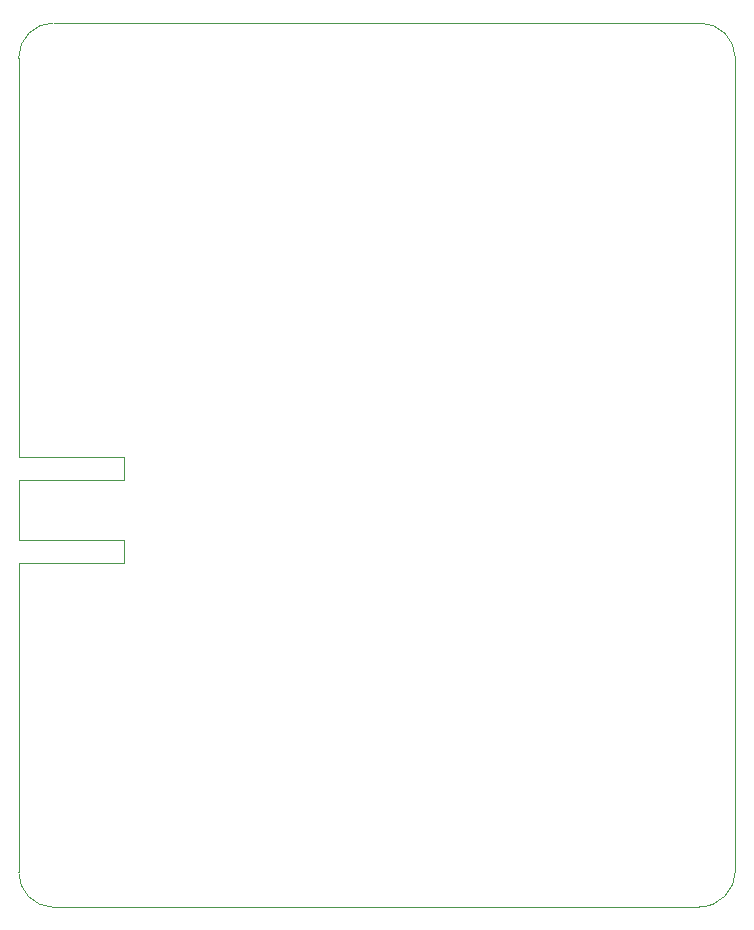
<source format=gbr>
G04 #@! TF.GenerationSoftware,KiCad,Pcbnew,(5.1.5)-3*
G04 #@! TF.CreationDate,2020-05-16T13:49:30+02:00*
G04 #@! TF.ProjectId,StepperClockMasterTinyK22,53746570-7065-4724-936c-6f636b4d6173,rev?*
G04 #@! TF.SameCoordinates,Original*
G04 #@! TF.FileFunction,Profile,NP*
%FSLAX46Y46*%
G04 Gerber Fmt 4.6, Leading zero omitted, Abs format (unit mm)*
G04 Created by KiCad (PCBNEW (5.1.5)-3) date 2020-05-16 13:49:30*
%MOMM*%
%LPD*%
G04 APERTURE LIST*
%ADD10C,0.100000*%
G04 APERTURE END LIST*
D10*
X103610000Y-111940000D02*
X103610000Y-110040000D01*
X103600000Y-119010000D02*
X103600000Y-117050000D01*
X94730000Y-111940000D02*
X94730000Y-117050000D01*
X94710000Y-145140000D02*
X94760000Y-119010000D01*
X103610000Y-110040000D02*
X94710000Y-110040000D01*
X94730000Y-111940000D02*
X103610000Y-111940000D01*
X94760000Y-119010000D02*
X103600000Y-119010000D01*
X94730000Y-117050000D02*
X103600000Y-117050000D01*
X152337643Y-73260457D02*
G75*
G02X155390000Y-76260000I52357J-2999543D01*
G01*
X155390000Y-145019249D02*
G75*
G02X152310019Y-148110000I-3079981J-10751D01*
G01*
X97618996Y-148129983D02*
G75*
G02X94709660Y-145140267I50663J2959717D01*
G01*
X94696191Y-76230000D02*
G75*
G02X97720000Y-73250000I2973914J6498D01*
G01*
X155390000Y-145020000D02*
X155390000Y-76260000D01*
X97618996Y-148129983D02*
X152310019Y-148110000D01*
X94696192Y-76230000D02*
X94710000Y-110040000D01*
X152337643Y-73260457D02*
X97720000Y-73250000D01*
M02*

</source>
